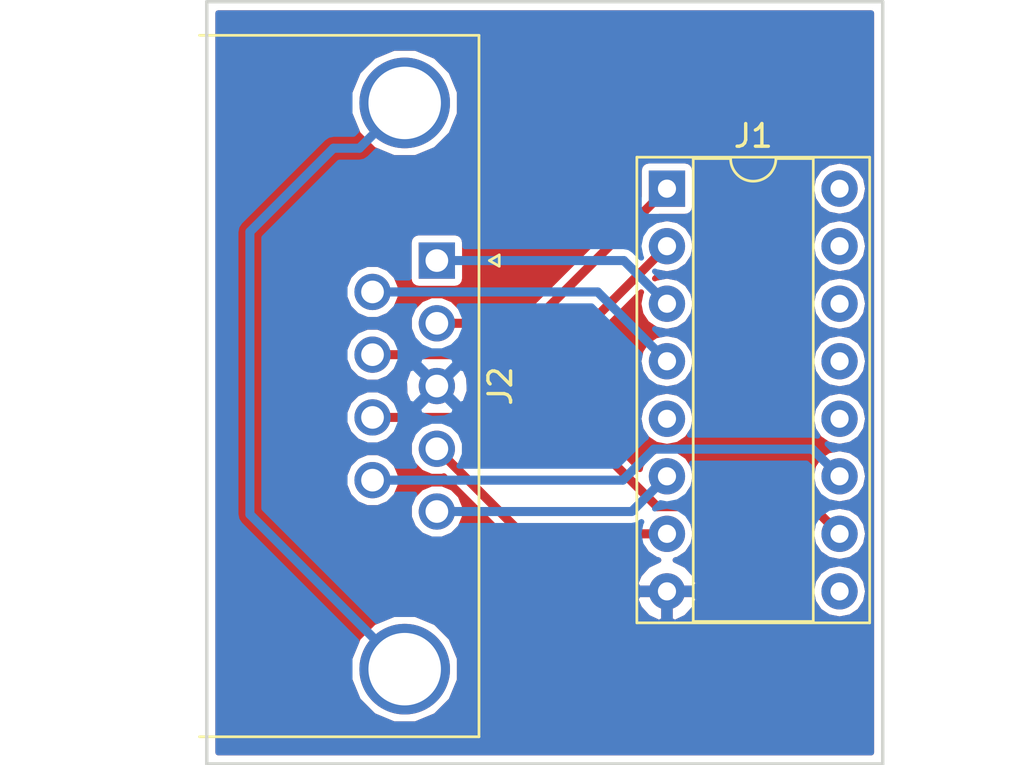
<source format=kicad_pcb>
(kicad_pcb (version 4) (host pcbnew 4.0.7)

  (general
    (links 10)
    (no_connects 0)
    (area 0 0 0 0)
    (thickness 1.6)
    (drawings 4)
    (tracks 27)
    (zones 0)
    (modules 2)
    (nets 11)
  )

  (page USLetter)
  (title_block
    (title "16-pin to 9-pin joystick adapter for Apple II")
    (date 2018-09-05)
    (rev 1.0)
    (company "Patrick Pelletier")
  )

  (layers
    (0 F.Cu signal)
    (31 B.Cu signal)
    (32 B.Adhes user)
    (33 F.Adhes user)
    (34 B.Paste user)
    (35 F.Paste user)
    (36 B.SilkS user)
    (37 F.SilkS user)
    (38 B.Mask user)
    (39 F.Mask user)
    (40 Dwgs.User user)
    (41 Cmts.User user)
    (42 Eco1.User user)
    (43 Eco2.User user)
    (44 Edge.Cuts user)
    (45 Margin user)
    (46 B.CrtYd user)
    (47 F.CrtYd user)
    (48 B.Fab user)
    (49 F.Fab user)
  )

  (setup
    (last_trace_width 0.4)
    (user_trace_width 0.4)
    (trace_clearance 0.2)
    (zone_clearance 0.3048)
    (zone_45_only no)
    (trace_min 0.2)
    (segment_width 0.2)
    (edge_width 0.15)
    (via_size 0.6)
    (via_drill 0.4)
    (via_min_size 0.4)
    (via_min_drill 0.3)
    (uvia_size 0.3)
    (uvia_drill 0.1)
    (uvias_allowed no)
    (uvia_min_size 0.2)
    (uvia_min_drill 0.1)
    (pcb_text_width 0.3)
    (pcb_text_size 1.5 1.5)
    (mod_edge_width 0.15)
    (mod_text_size 1 1)
    (mod_text_width 0.15)
    (pad_size 1.524 1.524)
    (pad_drill 0.762)
    (pad_to_mask_clearance 0)
    (aux_axis_origin 0 0)
    (visible_elements FFFFEF7F)
    (pcbplotparams
      (layerselection 0x00030_80000001)
      (usegerberextensions false)
      (excludeedgelayer true)
      (linewidth 0.100000)
      (plotframeref false)
      (viasonmask false)
      (mode 1)
      (useauxorigin false)
      (hpglpennumber 1)
      (hpglpenspeed 20)
      (hpglpendiameter 15)
      (hpglpenoverlay 2)
      (psnegative false)
      (psa4output false)
      (plotreference true)
      (plotvalue true)
      (plotinvisibletext false)
      (padsonsilk false)
      (subtractmaskfromsilk false)
      (outputformat 1)
      (mirror false)
      (drillshape 1)
      (scaleselection 1)
      (outputdirectory ""))
  )

  (net 0 "")
  (net 1 +5V)
  (net 2 /PB0)
  (net 3 /PDL1)
  (net 4 /PB1)
  (net 5 /PDL3)
  (net 6 /PB2)
  (net 7 /PDL0)
  (net 8 /PDL2)
  (net 9 GND)
  (net 10 "Net-(J2-Pad0)")

  (net_class Default "This is the default net class."
    (clearance 0.2)
    (trace_width 0.25)
    (via_dia 0.6)
    (via_drill 0.4)
    (uvia_dia 0.3)
    (uvia_drill 0.1)
    (add_net +5V)
    (add_net /PB0)
    (add_net /PB1)
    (add_net /PB2)
    (add_net /PDL0)
    (add_net /PDL1)
    (add_net /PDL2)
    (add_net /PDL3)
    (add_net GND)
    (add_net "Net-(J2-Pad0)")
  )

  (module Housings_DIP:DIP-16_W7.62mm_Socket (layer F.Cu) (tedit 59C78D6B) (tstamp 5B90602D)
    (at 149.86 104.775)
    (descr "16-lead though-hole mounted DIP package, row spacing 7.62 mm (300 mils), Socket")
    (tags "THT DIP DIL PDIP 2.54mm 7.62mm 300mil Socket")
    (path /5B90257F)
    (fp_text reference J1 (at 3.81 -2.33) (layer F.SilkS)
      (effects (font (size 1 1) (thickness 0.15)))
    )
    (fp_text value Conn_02x08_Counter_Clockwise (at 3.81 20.11) (layer F.Fab)
      (effects (font (size 1 1) (thickness 0.15)))
    )
    (fp_arc (start 3.81 -1.33) (end 2.81 -1.33) (angle -180) (layer F.SilkS) (width 0.12))
    (fp_line (start 1.635 -1.27) (end 6.985 -1.27) (layer F.Fab) (width 0.1))
    (fp_line (start 6.985 -1.27) (end 6.985 19.05) (layer F.Fab) (width 0.1))
    (fp_line (start 6.985 19.05) (end 0.635 19.05) (layer F.Fab) (width 0.1))
    (fp_line (start 0.635 19.05) (end 0.635 -0.27) (layer F.Fab) (width 0.1))
    (fp_line (start 0.635 -0.27) (end 1.635 -1.27) (layer F.Fab) (width 0.1))
    (fp_line (start -1.27 -1.33) (end -1.27 19.11) (layer F.Fab) (width 0.1))
    (fp_line (start -1.27 19.11) (end 8.89 19.11) (layer F.Fab) (width 0.1))
    (fp_line (start 8.89 19.11) (end 8.89 -1.33) (layer F.Fab) (width 0.1))
    (fp_line (start 8.89 -1.33) (end -1.27 -1.33) (layer F.Fab) (width 0.1))
    (fp_line (start 2.81 -1.33) (end 1.16 -1.33) (layer F.SilkS) (width 0.12))
    (fp_line (start 1.16 -1.33) (end 1.16 19.11) (layer F.SilkS) (width 0.12))
    (fp_line (start 1.16 19.11) (end 6.46 19.11) (layer F.SilkS) (width 0.12))
    (fp_line (start 6.46 19.11) (end 6.46 -1.33) (layer F.SilkS) (width 0.12))
    (fp_line (start 6.46 -1.33) (end 4.81 -1.33) (layer F.SilkS) (width 0.12))
    (fp_line (start -1.33 -1.39) (end -1.33 19.17) (layer F.SilkS) (width 0.12))
    (fp_line (start -1.33 19.17) (end 8.95 19.17) (layer F.SilkS) (width 0.12))
    (fp_line (start 8.95 19.17) (end 8.95 -1.39) (layer F.SilkS) (width 0.12))
    (fp_line (start 8.95 -1.39) (end -1.33 -1.39) (layer F.SilkS) (width 0.12))
    (fp_line (start -1.55 -1.6) (end -1.55 19.4) (layer F.CrtYd) (width 0.05))
    (fp_line (start -1.55 19.4) (end 9.15 19.4) (layer F.CrtYd) (width 0.05))
    (fp_line (start 9.15 19.4) (end 9.15 -1.6) (layer F.CrtYd) (width 0.05))
    (fp_line (start 9.15 -1.6) (end -1.55 -1.6) (layer F.CrtYd) (width 0.05))
    (fp_text user %R (at 3.81 8.89) (layer F.Fab)
      (effects (font (size 1 1) (thickness 0.15)))
    )
    (pad 1 thru_hole rect (at 0 0) (size 1.6 1.6) (drill 0.8) (layers *.Cu *.Mask)
      (net 1 +5V))
    (pad 9 thru_hole oval (at 7.62 17.78) (size 1.6 1.6) (drill 0.8) (layers *.Cu *.Mask))
    (pad 2 thru_hole oval (at 0 2.54) (size 1.6 1.6) (drill 0.8) (layers *.Cu *.Mask)
      (net 2 /PB0))
    (pad 10 thru_hole oval (at 7.62 15.24) (size 1.6 1.6) (drill 0.8) (layers *.Cu *.Mask)
      (net 3 /PDL1))
    (pad 3 thru_hole oval (at 0 5.08) (size 1.6 1.6) (drill 0.8) (layers *.Cu *.Mask)
      (net 4 /PB1))
    (pad 11 thru_hole oval (at 7.62 12.7) (size 1.6 1.6) (drill 0.8) (layers *.Cu *.Mask)
      (net 5 /PDL3))
    (pad 4 thru_hole oval (at 0 7.62) (size 1.6 1.6) (drill 0.8) (layers *.Cu *.Mask)
      (net 6 /PB2))
    (pad 12 thru_hole oval (at 7.62 10.16) (size 1.6 1.6) (drill 0.8) (layers *.Cu *.Mask))
    (pad 5 thru_hole oval (at 0 10.16) (size 1.6 1.6) (drill 0.8) (layers *.Cu *.Mask))
    (pad 13 thru_hole oval (at 7.62 7.62) (size 1.6 1.6) (drill 0.8) (layers *.Cu *.Mask))
    (pad 6 thru_hole oval (at 0 12.7) (size 1.6 1.6) (drill 0.8) (layers *.Cu *.Mask)
      (net 7 /PDL0))
    (pad 14 thru_hole oval (at 7.62 5.08) (size 1.6 1.6) (drill 0.8) (layers *.Cu *.Mask))
    (pad 7 thru_hole oval (at 0 15.24) (size 1.6 1.6) (drill 0.8) (layers *.Cu *.Mask)
      (net 8 /PDL2))
    (pad 15 thru_hole oval (at 7.62 2.54) (size 1.6 1.6) (drill 0.8) (layers *.Cu *.Mask))
    (pad 8 thru_hole oval (at 0 17.78) (size 1.6 1.6) (drill 0.8) (layers *.Cu *.Mask)
      (net 9 GND))
    (pad 16 thru_hole oval (at 7.62 0) (size 1.6 1.6) (drill 0.8) (layers *.Cu *.Mask))
    (model ${KISYS3DMOD}/Housings_DIP.3dshapes/DIP-16_W7.62mm_Socket.wrl
      (at (xyz 0 0 0))
      (scale (xyz 1 1 1))
      (rotate (xyz 0 0 0))
    )
  )

  (module footprints:DSUB-9_Male_Horizontal_P2.77x2.84mm_EdgePinOffset7.70mm_Housed_MountingHolesOffset9.12mm (layer F.Cu) (tedit 59FEDEE2) (tstamp 5B90603C)
    (at 139.7 107.95 270)
    (descr "9-pin D-Sub connector, horizontal/angled (90 deg), THT-mount, male, pitch 2.77x2.84mm, pin-PCB-offset 7.699999999999999mm, distance of mounting holes 25mm, distance of mounting holes to PCB edge 9.12mm, see https://disti-assets.s3.amazonaws.com/tonar/files/datasheets/16730.pdf")
    (tags "9-pin D-Sub connector horizontal angled 90deg THT male pitch 2.77x2.84mm pin-PCB-offset 7.699999999999999mm mounting-holes-distance 25mm mounting-hole-offset 25mm")
    (path /5B902516)
    (fp_text reference J2 (at 5.54 -2.8 270) (layer F.SilkS)
      (effects (font (size 1 1) (thickness 0.15)))
    )
    (fp_text value DE9_Male_MountingHoles (at 5.54 18.44 270) (layer F.Fab)
      (effects (font (size 1 1) (thickness 0.15)))
    )
    (fp_arc (start -6.96 1.42) (end -8.56 1.42) (angle 180) (layer F.Fab) (width 0.1))
    (fp_arc (start 18.04 1.42) (end 16.44 1.42) (angle 180) (layer F.Fab) (width 0.1))
    (fp_line (start -9.885 -1.8) (end -9.885 10.54) (layer F.Fab) (width 0.1))
    (fp_line (start -9.885 10.54) (end 20.965 10.54) (layer F.Fab) (width 0.1))
    (fp_line (start 20.965 10.54) (end 20.965 -1.8) (layer F.Fab) (width 0.1))
    (fp_line (start 20.965 -1.8) (end -9.885 -1.8) (layer F.Fab) (width 0.1))
    (fp_line (start -9.885 10.54) (end -9.885 10.94) (layer F.Fab) (width 0.1))
    (fp_line (start -9.885 10.94) (end 20.965 10.94) (layer F.Fab) (width 0.1))
    (fp_line (start 20.965 10.94) (end 20.965 10.54) (layer F.Fab) (width 0.1))
    (fp_line (start 20.965 10.54) (end -9.885 10.54) (layer F.Fab) (width 0.1))
    (fp_line (start -2.61 10.94) (end -2.61 16.94) (layer F.Fab) (width 0.1))
    (fp_line (start -2.61 16.94) (end 13.69 16.94) (layer F.Fab) (width 0.1))
    (fp_line (start 13.69 16.94) (end 13.69 10.94) (layer F.Fab) (width 0.1))
    (fp_line (start 13.69 10.94) (end -2.61 10.94) (layer F.Fab) (width 0.1))
    (fp_line (start -9.46 10.94) (end -9.46 15.94) (layer F.Fab) (width 0.1))
    (fp_line (start -9.46 15.94) (end -4.46 15.94) (layer F.Fab) (width 0.1))
    (fp_line (start -4.46 15.94) (end -4.46 10.94) (layer F.Fab) (width 0.1))
    (fp_line (start -4.46 10.94) (end -9.46 10.94) (layer F.Fab) (width 0.1))
    (fp_line (start 15.54 10.94) (end 15.54 15.94) (layer F.Fab) (width 0.1))
    (fp_line (start 15.54 15.94) (end 20.54 15.94) (layer F.Fab) (width 0.1))
    (fp_line (start 20.54 15.94) (end 20.54 10.94) (layer F.Fab) (width 0.1))
    (fp_line (start 20.54 10.94) (end 15.54 10.94) (layer F.Fab) (width 0.1))
    (fp_line (start -8.56 10.54) (end -8.56 1.42) (layer F.Fab) (width 0.1))
    (fp_line (start -5.36 10.54) (end -5.36 1.42) (layer F.Fab) (width 0.1))
    (fp_line (start 16.44 10.54) (end 16.44 1.42) (layer F.Fab) (width 0.1))
    (fp_line (start 19.64 10.54) (end 19.64 1.42) (layer F.Fab) (width 0.1))
    (fp_line (start -9.945 10.48) (end -9.945 -1.86) (layer F.SilkS) (width 0.12))
    (fp_line (start -9.945 -1.86) (end 21.025 -1.86) (layer F.SilkS) (width 0.12))
    (fp_line (start 21.025 -1.86) (end 21.025 10.48) (layer F.SilkS) (width 0.12))
    (fp_line (start -0.25 -2.754338) (end 0.25 -2.754338) (layer F.SilkS) (width 0.12))
    (fp_line (start 0.25 -2.754338) (end 0 -2.321325) (layer F.SilkS) (width 0.12))
    (fp_line (start 0 -2.321325) (end -0.25 -2.754338) (layer F.SilkS) (width 0.12))
    (fp_line (start -10.4 -2.35) (end -10.4 17.45) (layer F.CrtYd) (width 0.05))
    (fp_line (start -10.4 17.45) (end 21.5 17.45) (layer F.CrtYd) (width 0.05))
    (fp_line (start 21.5 17.45) (end 21.5 -2.35) (layer F.CrtYd) (width 0.05))
    (fp_line (start 21.5 -2.35) (end -10.4 -2.35) (layer F.CrtYd) (width 0.05))
    (fp_text user %R (at 5.54 13.94 270) (layer F.Fab)
      (effects (font (size 1 1) (thickness 0.15)))
    )
    (pad 1 thru_hole rect (at 0 0 270) (size 1.6 1.6) (drill 1) (layers *.Cu *.Mask)
      (net 4 /PB1))
    (pad 2 thru_hole circle (at 2.77 0 270) (size 1.6 1.6) (drill 1) (layers *.Cu *.Mask)
      (net 1 +5V))
    (pad 3 thru_hole circle (at 5.54 0 270) (size 1.6 1.6) (drill 1) (layers *.Cu *.Mask)
      (net 9 GND))
    (pad 4 thru_hole circle (at 8.31 0 270) (size 1.6 1.6) (drill 1) (layers *.Cu *.Mask)
      (net 8 /PDL2))
    (pad 5 thru_hole circle (at 11.08 0 270) (size 1.6 1.6) (drill 1) (layers *.Cu *.Mask)
      (net 7 /PDL0))
    (pad 6 thru_hole circle (at 1.385 2.84 270) (size 1.6 1.6) (drill 1) (layers *.Cu *.Mask)
      (net 6 /PB2))
    (pad 7 thru_hole circle (at 4.155 2.84 270) (size 1.6 1.6) (drill 1) (layers *.Cu *.Mask)
      (net 2 /PB0))
    (pad 8 thru_hole circle (at 6.925 2.84 270) (size 1.6 1.6) (drill 1) (layers *.Cu *.Mask)
      (net 3 /PDL1))
    (pad 9 thru_hole circle (at 9.695 2.84 270) (size 1.6 1.6) (drill 1) (layers *.Cu *.Mask)
      (net 5 /PDL3))
    (pad 0 thru_hole circle (at -6.96 1.42 270) (size 4 4) (drill 3.2) (layers *.Cu *.Mask)
      (net 10 "Net-(J2-Pad0)"))
    (pad 0 thru_hole circle (at 18.04 1.42 270) (size 4 4) (drill 3.2) (layers *.Cu *.Mask)
      (net 10 "Net-(J2-Pad0)"))
    (model ${KISYS3DMOD}/Connector_Dsub.3dshapes/DSUB-9_Male_Horizontal_P2.77x2.84mm_EdgePinOffset7.70mm_Housed_MountingHolesOffset9.12mm.wrl
      (at (xyz 0 0 0))
      (scale (xyz 1 1 1))
      (rotate (xyz 0 0 0))
    )
  )

  (gr_line (start 159.385 96.52) (end 129.54 96.52) (angle 90) (layer Edge.Cuts) (width 0.15))
  (gr_line (start 159.385 130.175) (end 159.385 96.52) (angle 90) (layer Edge.Cuts) (width 0.15))
  (gr_line (start 129.54 130.175) (end 159.385 130.175) (angle 90) (layer Edge.Cuts) (width 0.15))
  (gr_line (start 129.54 96.52) (end 129.54 130.175) (angle 90) (layer Edge.Cuts) (width 0.15))

  (segment (start 139.7 110.72) (end 143.915 110.72) (width 0.4) (layer F.Cu) (net 1))
  (segment (start 143.915 110.72) (end 149.86 104.775) (width 0.4) (layer F.Cu) (net 1))
  (segment (start 136.86 112.105) (end 145.07 112.105) (width 0.4) (layer F.Cu) (net 2))
  (segment (start 145.07 112.105) (end 149.86 107.315) (width 0.4) (layer F.Cu) (net 2))
  (segment (start 136.86 114.875) (end 145.483998 114.875) (width 0.4) (layer F.Cu) (net 3))
  (segment (start 145.483998 114.875) (end 149.423997 118.814999) (width 0.4) (layer F.Cu) (net 3))
  (segment (start 149.423997 118.814999) (end 156.279999 118.814999) (width 0.4) (layer F.Cu) (net 3))
  (segment (start 156.279999 118.814999) (end 156.680001 119.215001) (width 0.4) (layer F.Cu) (net 3))
  (segment (start 156.680001 119.215001) (end 157.48 120.015) (width 0.4) (layer F.Cu) (net 3))
  (segment (start 139.7 107.95) (end 147.955 107.95) (width 0.4) (layer B.Cu) (net 4))
  (segment (start 147.955 107.95) (end 149.86 109.855) (width 0.4) (layer B.Cu) (net 4))
  (segment (start 136.86 117.645) (end 147.913998 117.645) (width 0.4) (layer B.Cu) (net 5))
  (segment (start 147.913998 117.645) (end 149.283999 116.274999) (width 0.4) (layer B.Cu) (net 5))
  (segment (start 149.283999 116.274999) (end 156.279999 116.274999) (width 0.4) (layer B.Cu) (net 5))
  (segment (start 156.680001 116.675001) (end 157.48 117.475) (width 0.4) (layer B.Cu) (net 5))
  (segment (start 156.279999 116.274999) (end 156.680001 116.675001) (width 0.4) (layer B.Cu) (net 5))
  (segment (start 136.86 109.335) (end 146.8 109.335) (width 0.4) (layer B.Cu) (net 6))
  (segment (start 146.8 109.335) (end 149.86 112.395) (width 0.4) (layer B.Cu) (net 6))
  (segment (start 139.7 119.03) (end 148.305 119.03) (width 0.4) (layer B.Cu) (net 7))
  (segment (start 148.305 119.03) (end 149.86 117.475) (width 0.4) (layer B.Cu) (net 7))
  (segment (start 139.7 116.26) (end 143.455 120.015) (width 0.4) (layer F.Cu) (net 8))
  (segment (start 143.455 120.015) (end 149.86 120.015) (width 0.4) (layer F.Cu) (net 8))
  (segment (start 131.445 106.68) (end 131.445 119.155) (width 0.4) (layer B.Cu) (net 10))
  (segment (start 131.445 119.155) (end 138.28 125.99) (width 0.4) (layer B.Cu) (net 10))
  (segment (start 135.135001 102.989999) (end 131.445 106.68) (width 0.4) (layer B.Cu) (net 10))
  (segment (start 138.28 100.99) (end 136.280001 102.989999) (width 0.4) (layer B.Cu) (net 10))
  (segment (start 136.280001 102.989999) (end 135.135001 102.989999) (width 0.4) (layer B.Cu) (net 10))

  (zone (net 9) (net_name GND) (layer B.Cu) (tstamp 5B90609D) (hatch edge 0.508)
    (connect_pads (clearance 0.3048))
    (min_thickness 0.254)
    (fill yes (arc_segments 16) (thermal_gap 0.508) (thermal_bridge_width 0.508))
    (polygon
      (pts
        (xy 159.385 130.175) (xy 129.54 130.175) (xy 129.54 96.52) (xy 159.385 96.52)
      )
    )
    (filled_polygon
      (pts
        (xy 158.8782 129.6682) (xy 130.0468 129.6682) (xy 130.0468 106.68) (xy 130.8132 106.68) (xy 130.8132 119.155)
        (xy 130.861293 119.39678) (xy 130.99825 119.60175) (xy 136.157296 124.760796) (xy 135.848623 125.504163) (xy 135.847779 126.471593)
        (xy 136.217218 127.365705) (xy 136.900697 128.050378) (xy 137.794163 128.421377) (xy 138.761593 128.422221) (xy 139.655705 128.052782)
        (xy 140.340378 127.369303) (xy 140.711377 126.475837) (xy 140.712221 125.508407) (xy 140.342782 124.614295) (xy 139.659303 123.929622)
        (xy 138.765837 123.558623) (xy 137.798407 123.557779) (xy 137.050364 123.866864) (xy 136.087539 122.904039) (xy 148.468096 122.904039)
        (xy 148.628959 123.292423) (xy 149.004866 123.707389) (xy 149.510959 123.946914) (xy 149.733 123.825629) (xy 149.733 122.682)
        (xy 149.987 122.682) (xy 149.987 123.825629) (xy 150.209041 123.946914) (xy 150.715134 123.707389) (xy 151.091041 123.292423)
        (xy 151.251904 122.904039) (xy 151.129915 122.682) (xy 149.987 122.682) (xy 149.733 122.682) (xy 148.590085 122.682)
        (xy 148.468096 122.904039) (xy 136.087539 122.904039) (xy 135.7385 122.555) (xy 156.224068 122.555) (xy 156.317833 123.026389)
        (xy 156.584854 123.426014) (xy 156.984479 123.693035) (xy 157.455868 123.7868) (xy 157.504132 123.7868) (xy 157.975521 123.693035)
        (xy 158.375146 123.426014) (xy 158.642167 123.026389) (xy 158.735932 122.555) (xy 158.642167 122.083611) (xy 158.375146 121.683986)
        (xy 157.975521 121.416965) (xy 157.504132 121.3232) (xy 157.455868 121.3232) (xy 156.984479 121.416965) (xy 156.584854 121.683986)
        (xy 156.317833 122.083611) (xy 156.224068 122.555) (xy 135.7385 122.555) (xy 132.0768 118.8933) (xy 132.0768 117.888945)
        (xy 135.627987 117.888945) (xy 135.815122 118.341847) (xy 136.161331 118.68866) (xy 136.613905 118.876585) (xy 137.103945 118.877013)
        (xy 137.556847 118.689878) (xy 137.90366 118.343669) (xy 137.931426 118.2768) (xy 138.710966 118.2768) (xy 138.65634 118.331331)
        (xy 138.468415 118.783905) (xy 138.467987 119.273945) (xy 138.655122 119.726847) (xy 139.001331 120.07366) (xy 139.453905 120.261585)
        (xy 139.943945 120.262013) (xy 140.396847 120.074878) (xy 140.74366 119.728669) (xy 140.771426 119.6618) (xy 148.305 119.6618)
        (xy 148.54678 119.613707) (xy 148.735054 119.487906) (xy 148.697833 119.543611) (xy 148.604068 120.015) (xy 148.697833 120.486389)
        (xy 148.964854 120.886014) (xy 149.364479 121.153035) (xy 149.482566 121.176524) (xy 149.004866 121.402611) (xy 148.628959 121.817577)
        (xy 148.468096 122.205961) (xy 148.590085 122.428) (xy 149.733 122.428) (xy 149.733 122.408) (xy 149.987 122.408)
        (xy 149.987 122.428) (xy 151.129915 122.428) (xy 151.251904 122.205961) (xy 151.091041 121.817577) (xy 150.715134 121.402611)
        (xy 150.237434 121.176524) (xy 150.355521 121.153035) (xy 150.755146 120.886014) (xy 151.022167 120.486389) (xy 151.115932 120.015)
        (xy 156.224068 120.015) (xy 156.317833 120.486389) (xy 156.584854 120.886014) (xy 156.984479 121.153035) (xy 157.455868 121.2468)
        (xy 157.504132 121.2468) (xy 157.975521 121.153035) (xy 158.375146 120.886014) (xy 158.642167 120.486389) (xy 158.735932 120.015)
        (xy 158.642167 119.543611) (xy 158.375146 119.143986) (xy 157.975521 118.876965) (xy 157.504132 118.7832) (xy 157.455868 118.7832)
        (xy 156.984479 118.876965) (xy 156.584854 119.143986) (xy 156.317833 119.543611) (xy 156.224068 120.015) (xy 151.115932 120.015)
        (xy 151.022167 119.543611) (xy 150.755146 119.143986) (xy 150.355521 118.876965) (xy 149.884132 118.7832) (xy 149.835868 118.7832)
        (xy 149.364479 118.876965) (xy 149.32547 118.90303) (xy 149.573824 118.654676) (xy 149.835868 118.7068) (xy 149.884132 118.7068)
        (xy 150.355521 118.613035) (xy 150.755146 118.346014) (xy 151.022167 117.946389) (xy 151.115932 117.475) (xy 151.022167 117.003611)
        (xy 150.957479 116.906799) (xy 156.018299 116.906799) (xy 156.284199 117.172699) (xy 156.224068 117.475) (xy 156.317833 117.946389)
        (xy 156.584854 118.346014) (xy 156.984479 118.613035) (xy 157.455868 118.7068) (xy 157.504132 118.7068) (xy 157.975521 118.613035)
        (xy 158.375146 118.346014) (xy 158.642167 117.946389) (xy 158.735932 117.475) (xy 158.642167 117.003611) (xy 158.375146 116.603986)
        (xy 157.975521 116.336965) (xy 157.504132 116.2432) (xy 157.455868 116.2432) (xy 157.193824 116.295324) (xy 156.94547 116.04697)
        (xy 156.984479 116.073035) (xy 157.455868 116.1668) (xy 157.504132 116.1668) (xy 157.975521 116.073035) (xy 158.375146 115.806014)
        (xy 158.642167 115.406389) (xy 158.735932 114.935) (xy 158.642167 114.463611) (xy 158.375146 114.063986) (xy 157.975521 113.796965)
        (xy 157.504132 113.7032) (xy 157.455868 113.7032) (xy 156.984479 113.796965) (xy 156.584854 114.063986) (xy 156.317833 114.463611)
        (xy 156.224068 114.935) (xy 156.317833 115.406389) (xy 156.506118 115.688177) (xy 156.279999 115.643199) (xy 150.863936 115.643199)
        (xy 151.022167 115.406389) (xy 151.115932 114.935) (xy 151.022167 114.463611) (xy 150.755146 114.063986) (xy 150.355521 113.796965)
        (xy 149.884132 113.7032) (xy 149.835868 113.7032) (xy 149.364479 113.796965) (xy 148.964854 114.063986) (xy 148.697833 114.463611)
        (xy 148.604068 114.935) (xy 148.697833 115.406389) (xy 148.935739 115.76244) (xy 148.837249 115.828249) (xy 147.652298 117.0132)
        (xy 140.689034 117.0132) (xy 140.74366 116.958669) (xy 140.931585 116.506095) (xy 140.932013 116.016055) (xy 140.744878 115.563153)
        (xy 140.398669 115.21634) (xy 139.946095 115.028415) (xy 139.456055 115.027987) (xy 139.003153 115.215122) (xy 138.65634 115.561331)
        (xy 138.468415 116.013905) (xy 138.467987 116.503945) (xy 138.655122 116.956847) (xy 138.711377 117.0132) (xy 137.931755 117.0132)
        (xy 137.904878 116.948153) (xy 137.558669 116.60134) (xy 137.106095 116.413415) (xy 136.616055 116.412987) (xy 136.163153 116.600122)
        (xy 135.81634 116.946331) (xy 135.628415 117.398905) (xy 135.627987 117.888945) (xy 132.0768 117.888945) (xy 132.0768 115.118945)
        (xy 135.627987 115.118945) (xy 135.815122 115.571847) (xy 136.161331 115.91866) (xy 136.613905 116.106585) (xy 137.103945 116.107013)
        (xy 137.556847 115.919878) (xy 137.90366 115.573669) (xy 138.091585 115.121095) (xy 138.092013 114.631055) (xy 138.036931 114.497745)
        (xy 138.871861 114.497745) (xy 138.945995 114.743864) (xy 139.483223 114.936965) (xy 140.053454 114.909778) (xy 140.454005 114.743864)
        (xy 140.528139 114.497745) (xy 139.7 113.669605) (xy 138.871861 114.497745) (xy 138.036931 114.497745) (xy 137.904878 114.178153)
        (xy 137.558669 113.83134) (xy 137.106095 113.643415) (xy 136.616055 113.642987) (xy 136.163153 113.830122) (xy 135.81634 114.176331)
        (xy 135.628415 114.628905) (xy 135.627987 115.118945) (xy 132.0768 115.118945) (xy 132.0768 112.348945) (xy 135.627987 112.348945)
        (xy 135.815122 112.801847) (xy 136.161331 113.14866) (xy 136.613905 113.336585) (xy 137.103945 113.337013) (xy 137.258328 113.273223)
        (xy 138.253035 113.273223) (xy 138.280222 113.843454) (xy 138.446136 114.244005) (xy 138.692255 114.318139) (xy 139.520395 113.49)
        (xy 139.879605 113.49) (xy 140.707745 114.318139) (xy 140.953864 114.244005) (xy 141.146965 113.706777) (xy 141.119778 113.136546)
        (xy 140.953864 112.735995) (xy 140.707745 112.661861) (xy 139.879605 113.49) (xy 139.520395 113.49) (xy 138.692255 112.661861)
        (xy 138.446136 112.735995) (xy 138.253035 113.273223) (xy 137.258328 113.273223) (xy 137.556847 113.149878) (xy 137.90366 112.803669)
        (xy 138.037122 112.482255) (xy 138.871861 112.482255) (xy 139.7 113.310395) (xy 140.528139 112.482255) (xy 140.454005 112.236136)
        (xy 139.916777 112.043035) (xy 139.346546 112.070222) (xy 138.945995 112.236136) (xy 138.871861 112.482255) (xy 138.037122 112.482255)
        (xy 138.091585 112.351095) (xy 138.092013 111.861055) (xy 137.904878 111.408153) (xy 137.558669 111.06134) (xy 137.106095 110.873415)
        (xy 136.616055 110.872987) (xy 136.163153 111.060122) (xy 135.81634 111.406331) (xy 135.628415 111.858905) (xy 135.627987 112.348945)
        (xy 132.0768 112.348945) (xy 132.0768 109.578945) (xy 135.627987 109.578945) (xy 135.815122 110.031847) (xy 136.161331 110.37866)
        (xy 136.613905 110.566585) (xy 137.103945 110.567013) (xy 137.556847 110.379878) (xy 137.90366 110.033669) (xy 137.931426 109.9668)
        (xy 138.710966 109.9668) (xy 138.65634 110.021331) (xy 138.468415 110.473905) (xy 138.467987 110.963945) (xy 138.655122 111.416847)
        (xy 139.001331 111.76366) (xy 139.453905 111.951585) (xy 139.943945 111.952013) (xy 140.396847 111.764878) (xy 140.74366 111.418669)
        (xy 140.931585 110.966095) (xy 140.932013 110.476055) (xy 140.744878 110.023153) (xy 140.688623 109.9668) (xy 146.5383 109.9668)
        (xy 148.664199 112.092699) (xy 148.604068 112.395) (xy 148.697833 112.866389) (xy 148.964854 113.266014) (xy 149.364479 113.533035)
        (xy 149.835868 113.6268) (xy 149.884132 113.6268) (xy 150.355521 113.533035) (xy 150.755146 113.266014) (xy 151.022167 112.866389)
        (xy 151.115932 112.395) (xy 156.224068 112.395) (xy 156.317833 112.866389) (xy 156.584854 113.266014) (xy 156.984479 113.533035)
        (xy 157.455868 113.6268) (xy 157.504132 113.6268) (xy 157.975521 113.533035) (xy 158.375146 113.266014) (xy 158.642167 112.866389)
        (xy 158.735932 112.395) (xy 158.642167 111.923611) (xy 158.375146 111.523986) (xy 157.975521 111.256965) (xy 157.504132 111.1632)
        (xy 157.455868 111.1632) (xy 156.984479 111.256965) (xy 156.584854 111.523986) (xy 156.317833 111.923611) (xy 156.224068 112.395)
        (xy 151.115932 112.395) (xy 151.022167 111.923611) (xy 150.755146 111.523986) (xy 150.355521 111.256965) (xy 149.884132 111.1632)
        (xy 149.835868 111.1632) (xy 149.573824 111.215324) (xy 149.32547 110.96697) (xy 149.364479 110.993035) (xy 149.835868 111.0868)
        (xy 149.884132 111.0868) (xy 150.355521 110.993035) (xy 150.755146 110.726014) (xy 151.022167 110.326389) (xy 151.115932 109.855)
        (xy 156.224068 109.855) (xy 156.317833 110.326389) (xy 156.584854 110.726014) (xy 156.984479 110.993035) (xy 157.455868 111.0868)
        (xy 157.504132 111.0868) (xy 157.975521 110.993035) (xy 158.375146 110.726014) (xy 158.642167 110.326389) (xy 158.735932 109.855)
        (xy 158.642167 109.383611) (xy 158.375146 108.983986) (xy 157.975521 108.716965) (xy 157.504132 108.6232) (xy 157.455868 108.6232)
        (xy 156.984479 108.716965) (xy 156.584854 108.983986) (xy 156.317833 109.383611) (xy 156.224068 109.855) (xy 151.115932 109.855)
        (xy 151.022167 109.383611) (xy 150.755146 108.983986) (xy 150.355521 108.716965) (xy 149.884132 108.6232) (xy 149.835868 108.6232)
        (xy 149.573824 108.675324) (xy 149.32547 108.42697) (xy 149.364479 108.453035) (xy 149.835868 108.5468) (xy 149.884132 108.5468)
        (xy 150.355521 108.453035) (xy 150.755146 108.186014) (xy 151.022167 107.786389) (xy 151.115932 107.315) (xy 156.224068 107.315)
        (xy 156.317833 107.786389) (xy 156.584854 108.186014) (xy 156.984479 108.453035) (xy 157.455868 108.5468) (xy 157.504132 108.5468)
        (xy 157.975521 108.453035) (xy 158.375146 108.186014) (xy 158.642167 107.786389) (xy 158.735932 107.315) (xy 158.642167 106.843611)
        (xy 158.375146 106.443986) (xy 157.975521 106.176965) (xy 157.504132 106.0832) (xy 157.455868 106.0832) (xy 156.984479 106.176965)
        (xy 156.584854 106.443986) (xy 156.317833 106.843611) (xy 156.224068 107.315) (xy 151.115932 107.315) (xy 151.022167 106.843611)
        (xy 150.755146 106.443986) (xy 150.355521 106.176965) (xy 149.884132 106.0832) (xy 149.835868 106.0832) (xy 149.364479 106.176965)
        (xy 148.964854 106.443986) (xy 148.697833 106.843611) (xy 148.604068 107.315) (xy 148.697833 107.786389) (xy 148.723898 107.825398)
        (xy 148.40175 107.50325) (xy 148.19678 107.366293) (xy 147.955 107.3182) (xy 140.940259 107.3182) (xy 140.940259 107.15)
        (xy 140.91015 106.989985) (xy 140.815581 106.84302) (xy 140.671285 106.744427) (xy 140.5 106.709741) (xy 138.9 106.709741)
        (xy 138.739985 106.73985) (xy 138.59302 106.834419) (xy 138.494427 106.978715) (xy 138.459741 107.15) (xy 138.459741 108.7032)
        (xy 137.931755 108.7032) (xy 137.904878 108.638153) (xy 137.558669 108.29134) (xy 137.106095 108.103415) (xy 136.616055 108.102987)
        (xy 136.163153 108.290122) (xy 135.81634 108.636331) (xy 135.628415 109.088905) (xy 135.627987 109.578945) (xy 132.0768 109.578945)
        (xy 132.0768 106.9417) (xy 135.0435 103.975) (xy 148.619741 103.975) (xy 148.619741 105.575) (xy 148.64985 105.735015)
        (xy 148.744419 105.88198) (xy 148.888715 105.980573) (xy 149.06 106.015259) (xy 150.66 106.015259) (xy 150.820015 105.98515)
        (xy 150.96698 105.890581) (xy 151.065573 105.746285) (xy 151.100259 105.575) (xy 151.100259 104.775) (xy 156.224068 104.775)
        (xy 156.317833 105.246389) (xy 156.584854 105.646014) (xy 156.984479 105.913035) (xy 157.455868 106.0068) (xy 157.504132 106.0068)
        (xy 157.975521 105.913035) (xy 158.375146 105.646014) (xy 158.642167 105.246389) (xy 158.735932 104.775) (xy 158.642167 104.303611)
        (xy 158.375146 103.903986) (xy 157.975521 103.636965) (xy 157.504132 103.5432) (xy 157.455868 103.5432) (xy 156.984479 103.636965)
        (xy 156.584854 103.903986) (xy 156.317833 104.303611) (xy 156.224068 104.775) (xy 151.100259 104.775) (xy 151.100259 103.975)
        (xy 151.07015 103.814985) (xy 150.975581 103.66802) (xy 150.831285 103.569427) (xy 150.66 103.534741) (xy 149.06 103.534741)
        (xy 148.899985 103.56485) (xy 148.75302 103.659419) (xy 148.654427 103.803715) (xy 148.619741 103.975) (xy 135.0435 103.975)
        (xy 135.396701 103.621799) (xy 136.280001 103.621799) (xy 136.521781 103.573706) (xy 136.726751 103.436749) (xy 137.050796 103.112704)
        (xy 137.794163 103.421377) (xy 138.761593 103.422221) (xy 139.655705 103.052782) (xy 140.340378 102.369303) (xy 140.711377 101.475837)
        (xy 140.712221 100.508407) (xy 140.342782 99.614295) (xy 139.659303 98.929622) (xy 138.765837 98.558623) (xy 137.798407 98.557779)
        (xy 136.904295 98.927218) (xy 136.219622 99.610697) (xy 135.848623 100.504163) (xy 135.847779 101.471593) (xy 136.156864 102.219636)
        (xy 136.018301 102.358199) (xy 135.135001 102.358199) (xy 134.893222 102.406292) (xy 134.89322 102.406293) (xy 134.893221 102.406293)
        (xy 134.688251 102.543249) (xy 130.99825 106.23325) (xy 130.861293 106.43822) (xy 130.861293 106.438221) (xy 130.8132 106.68)
        (xy 130.0468 106.68) (xy 130.0468 97.0268) (xy 158.8782 97.0268)
      )
    )
  )
  (zone (net 9) (net_name GND) (layer F.Cu) (tstamp 5B90609E) (hatch edge 0.508)
    (connect_pads (clearance 0.3048))
    (min_thickness 0.254)
    (fill yes (arc_segments 16) (thermal_gap 0.508) (thermal_bridge_width 0.508))
    (polygon
      (pts
        (xy 159.385 130.175) (xy 129.54 130.175) (xy 129.54 96.52) (xy 159.385 96.52)
      )
    )
    (filled_polygon
      (pts
        (xy 158.8782 129.6682) (xy 130.0468 129.6682) (xy 130.0468 126.471593) (xy 135.847779 126.471593) (xy 136.217218 127.365705)
        (xy 136.900697 128.050378) (xy 137.794163 128.421377) (xy 138.761593 128.422221) (xy 139.655705 128.052782) (xy 140.340378 127.369303)
        (xy 140.711377 126.475837) (xy 140.712221 125.508407) (xy 140.342782 124.614295) (xy 139.659303 123.929622) (xy 138.765837 123.558623)
        (xy 137.798407 123.557779) (xy 136.904295 123.927218) (xy 136.219622 124.610697) (xy 135.848623 125.504163) (xy 135.847779 126.471593)
        (xy 130.0468 126.471593) (xy 130.0468 122.904039) (xy 148.468096 122.904039) (xy 148.628959 123.292423) (xy 149.004866 123.707389)
        (xy 149.510959 123.946914) (xy 149.733 123.825629) (xy 149.733 122.682) (xy 149.987 122.682) (xy 149.987 123.825629)
        (xy 150.209041 123.946914) (xy 150.715134 123.707389) (xy 151.091041 123.292423) (xy 151.251904 122.904039) (xy 151.129915 122.682)
        (xy 149.987 122.682) (xy 149.733 122.682) (xy 148.590085 122.682) (xy 148.468096 122.904039) (xy 130.0468 122.904039)
        (xy 130.0468 122.555) (xy 156.224068 122.555) (xy 156.317833 123.026389) (xy 156.584854 123.426014) (xy 156.984479 123.693035)
        (xy 157.455868 123.7868) (xy 157.504132 123.7868) (xy 157.975521 123.693035) (xy 158.375146 123.426014) (xy 158.642167 123.026389)
        (xy 158.735932 122.555) (xy 158.642167 122.083611) (xy 158.375146 121.683986) (xy 157.975521 121.416965) (xy 157.504132 121.3232)
        (xy 157.455868 121.3232) (xy 156.984479 121.416965) (xy 156.584854 121.683986) (xy 156.317833 122.083611) (xy 156.224068 122.555)
        (xy 130.0468 122.555) (xy 130.0468 119.273945) (xy 138.467987 119.273945) (xy 138.655122 119.726847) (xy 139.001331 120.07366)
        (xy 139.453905 120.261585) (xy 139.943945 120.262013) (xy 140.396847 120.074878) (xy 140.74366 119.728669) (xy 140.931585 119.276095)
        (xy 140.932013 118.786055) (xy 140.744878 118.333153) (xy 140.398669 117.98634) (xy 139.946095 117.798415) (xy 139.456055 117.797987)
        (xy 139.003153 117.985122) (xy 138.65634 118.331331) (xy 138.468415 118.783905) (xy 138.467987 119.273945) (xy 130.0468 119.273945)
        (xy 130.0468 117.888945) (xy 135.627987 117.888945) (xy 135.815122 118.341847) (xy 136.161331 118.68866) (xy 136.613905 118.876585)
        (xy 137.103945 118.877013) (xy 137.556847 118.689878) (xy 137.90366 118.343669) (xy 138.091585 117.891095) (xy 138.092013 117.401055)
        (xy 137.904878 116.948153) (xy 137.558669 116.60134) (xy 137.106095 116.413415) (xy 136.616055 116.412987) (xy 136.163153 116.600122)
        (xy 135.81634 116.946331) (xy 135.628415 117.398905) (xy 135.627987 117.888945) (xy 130.0468 117.888945) (xy 130.0468 112.348945)
        (xy 135.627987 112.348945) (xy 135.815122 112.801847) (xy 136.161331 113.14866) (xy 136.613905 113.336585) (xy 137.103945 113.337013)
        (xy 137.556847 113.149878) (xy 137.90366 112.803669) (xy 137.931426 112.7368) (xy 138.445847 112.7368) (xy 138.253035 113.273223)
        (xy 138.280222 113.843454) (xy 138.445803 114.2432) (xy 137.931755 114.2432) (xy 137.904878 114.178153) (xy 137.558669 113.83134)
        (xy 137.106095 113.643415) (xy 136.616055 113.642987) (xy 136.163153 113.830122) (xy 135.81634 114.176331) (xy 135.628415 114.628905)
        (xy 135.627987 115.118945) (xy 135.815122 115.571847) (xy 136.161331 115.91866) (xy 136.613905 116.106585) (xy 137.103945 116.107013)
        (xy 137.556847 115.919878) (xy 137.90366 115.573669) (xy 137.931426 115.5068) (xy 138.710966 115.5068) (xy 138.65634 115.561331)
        (xy 138.468415 116.013905) (xy 138.467987 116.503945) (xy 138.655122 116.956847) (xy 139.001331 117.30366) (xy 139.453905 117.491585)
        (xy 139.943945 117.492013) (xy 140.010863 117.464363) (xy 143.00825 120.46175) (xy 143.21322 120.598707) (xy 143.455 120.6468)
        (xy 148.805016 120.6468) (xy 148.964854 120.886014) (xy 149.364479 121.153035) (xy 149.482566 121.176524) (xy 149.004866 121.402611)
        (xy 148.628959 121.817577) (xy 148.468096 122.205961) (xy 148.590085 122.428) (xy 149.733 122.428) (xy 149.733 122.408)
        (xy 149.987 122.408) (xy 149.987 122.428) (xy 151.129915 122.428) (xy 151.251904 122.205961) (xy 151.091041 121.817577)
        (xy 150.715134 121.402611) (xy 150.237434 121.176524) (xy 150.355521 121.153035) (xy 150.755146 120.886014) (xy 151.022167 120.486389)
        (xy 151.115932 120.015) (xy 151.022167 119.543611) (xy 150.957479 119.446799) (xy 156.018299 119.446799) (xy 156.284199 119.712699)
        (xy 156.224068 120.015) (xy 156.317833 120.486389) (xy 156.584854 120.886014) (xy 156.984479 121.153035) (xy 157.455868 121.2468)
        (xy 157.504132 121.2468) (xy 157.975521 121.153035) (xy 158.375146 120.886014) (xy 158.642167 120.486389) (xy 158.735932 120.015)
        (xy 158.642167 119.543611) (xy 158.375146 119.143986) (xy 157.975521 118.876965) (xy 157.504132 118.7832) (xy 157.455868 118.7832)
        (xy 157.193824 118.835324) (xy 156.94547 118.58697) (xy 156.984479 118.613035) (xy 157.455868 118.7068) (xy 157.504132 118.7068)
        (xy 157.975521 118.613035) (xy 158.375146 118.346014) (xy 158.642167 117.946389) (xy 158.735932 117.475) (xy 158.642167 117.003611)
        (xy 158.375146 116.603986) (xy 157.975521 116.336965) (xy 157.504132 116.2432) (xy 157.455868 116.2432) (xy 156.984479 116.336965)
        (xy 156.584854 116.603986) (xy 156.317833 117.003611) (xy 156.224068 117.475) (xy 156.317833 117.946389) (xy 156.506118 118.228177)
        (xy 156.279999 118.183199) (xy 150.863936 118.183199) (xy 151.022167 117.946389) (xy 151.115932 117.475) (xy 151.022167 117.003611)
        (xy 150.755146 116.603986) (xy 150.355521 116.336965) (xy 149.884132 116.2432) (xy 149.835868 116.2432) (xy 149.364479 116.336965)
        (xy 148.964854 116.603986) (xy 148.697833 117.003611) (xy 148.666024 117.163526) (xy 146.437498 114.935) (xy 148.604068 114.935)
        (xy 148.697833 115.406389) (xy 148.964854 115.806014) (xy 149.364479 116.073035) (xy 149.835868 116.1668) (xy 149.884132 116.1668)
        (xy 150.355521 116.073035) (xy 150.755146 115.806014) (xy 151.022167 115.406389) (xy 151.115932 114.935) (xy 156.224068 114.935)
        (xy 156.317833 115.406389) (xy 156.584854 115.806014) (xy 156.984479 116.073035) (xy 157.455868 116.1668) (xy 157.504132 116.1668)
        (xy 157.975521 116.073035) (xy 158.375146 115.806014) (xy 158.642167 115.406389) (xy 158.735932 114.935) (xy 158.642167 114.463611)
        (xy 158.375146 114.063986) (xy 157.975521 113.796965) (xy 157.504132 113.7032) (xy 157.455868 113.7032) (xy 156.984479 113.796965)
        (xy 156.584854 114.063986) (xy 156.317833 114.463611) (xy 156.224068 114.935) (xy 151.115932 114.935) (xy 151.022167 114.463611)
        (xy 150.755146 114.063986) (xy 150.355521 113.796965) (xy 149.884132 113.7032) (xy 149.835868 113.7032) (xy 149.364479 113.796965)
        (xy 148.964854 114.063986) (xy 148.697833 114.463611) (xy 148.604068 114.935) (xy 146.437498 114.935) (xy 145.930748 114.42825)
        (xy 145.725778 114.291293) (xy 145.483998 114.2432) (xy 140.954153 114.2432) (xy 141.146965 113.706777) (xy 141.119778 113.136546)
        (xy 140.954197 112.7368) (xy 145.07 112.7368) (xy 145.31178 112.688707) (xy 145.51675 112.55175) (xy 145.6735 112.395)
        (xy 148.604068 112.395) (xy 148.697833 112.866389) (xy 148.964854 113.266014) (xy 149.364479 113.533035) (xy 149.835868 113.6268)
        (xy 149.884132 113.6268) (xy 150.355521 113.533035) (xy 150.755146 113.266014) (xy 151.022167 112.866389) (xy 151.115932 112.395)
        (xy 156.224068 112.395) (xy 156.317833 112.866389) (xy 156.584854 113.266014) (xy 156.984479 113.533035) (xy 157.455868 113.6268)
        (xy 157.504132 113.6268) (xy 157.975521 113.533035) (xy 158.375146 113.266014) (xy 158.642167 112.866389) (xy 158.735932 112.395)
        (xy 158.642167 111.923611) (xy 158.375146 111.523986) (xy 157.975521 111.256965) (xy 157.504132 111.1632) (xy 157.455868 111.1632)
        (xy 156.984479 111.256965) (xy 156.584854 111.523986) (xy 156.317833 111.923611) (xy 156.224068 112.395) (xy 151.115932 112.395)
        (xy 151.022167 111.923611) (xy 150.755146 111.523986) (xy 150.355521 111.256965) (xy 149.884132 111.1632) (xy 149.835868 111.1632)
        (xy 149.364479 111.256965) (xy 148.964854 111.523986) (xy 148.697833 111.923611) (xy 148.604068 112.395) (xy 145.6735 112.395)
        (xy 148.723898 109.344602) (xy 148.697833 109.383611) (xy 148.604068 109.855) (xy 148.697833 110.326389) (xy 148.964854 110.726014)
        (xy 149.364479 110.993035) (xy 149.835868 111.0868) (xy 149.884132 111.0868) (xy 150.355521 110.993035) (xy 150.755146 110.726014)
        (xy 151.022167 110.326389) (xy 151.115932 109.855) (xy 156.224068 109.855) (xy 156.317833 110.326389) (xy 156.584854 110.726014)
        (xy 156.984479 110.993035) (xy 157.455868 111.0868) (xy 157.504132 111.0868) (xy 157.975521 110.993035) (xy 158.375146 110.726014)
        (xy 158.642167 110.326389) (xy 158.735932 109.855) (xy 158.642167 109.383611) (xy 158.375146 108.983986) (xy 157.975521 108.716965)
        (xy 157.504132 108.6232) (xy 157.455868 108.6232) (xy 156.984479 108.716965) (xy 156.584854 108.983986) (xy 156.317833 109.383611)
        (xy 156.224068 109.855) (xy 151.115932 109.855) (xy 151.022167 109.383611) (xy 150.755146 108.983986) (xy 150.355521 108.716965)
        (xy 149.884132 108.6232) (xy 149.835868 108.6232) (xy 149.364479 108.716965) (xy 149.32547 108.74303) (xy 149.573824 108.494676)
        (xy 149.835868 108.5468) (xy 149.884132 108.5468) (xy 150.355521 108.453035) (xy 150.755146 108.186014) (xy 151.022167 107.786389)
        (xy 151.115932 107.315) (xy 156.224068 107.315) (xy 156.317833 107.786389) (xy 156.584854 108.186014) (xy 156.984479 108.453035)
        (xy 157.455868 108.5468) (xy 157.504132 108.5468) (xy 157.975521 108.453035) (xy 158.375146 108.186014) (xy 158.642167 107.786389)
        (xy 158.735932 107.315) (xy 158.642167 106.843611) (xy 158.375146 106.443986) (xy 157.975521 106.176965) (xy 157.504132 106.0832)
        (xy 157.455868 106.0832) (xy 156.984479 106.176965) (xy 156.584854 106.443986) (xy 156.317833 106.843611) (xy 156.224068 107.315)
        (xy 151.115932 107.315) (xy 151.022167 106.843611) (xy 150.755146 106.443986) (xy 150.355521 106.176965) (xy 149.884132 106.0832)
        (xy 149.835868 106.0832) (xy 149.364479 106.176965) (xy 149.32547 106.20303) (xy 149.513241 106.015259) (xy 150.66 106.015259)
        (xy 150.820015 105.98515) (xy 150.96698 105.890581) (xy 151.065573 105.746285) (xy 151.100259 105.575) (xy 151.100259 104.775)
        (xy 156.224068 104.775) (xy 156.317833 105.246389) (xy 156.584854 105.646014) (xy 156.984479 105.913035) (xy 157.455868 106.0068)
        (xy 157.504132 106.0068) (xy 157.975521 105.913035) (xy 158.375146 105.646014) (xy 158.642167 105.246389) (xy 158.735932 104.775)
        (xy 158.642167 104.303611) (xy 158.375146 103.903986) (xy 157.975521 103.636965) (xy 157.504132 103.5432) (xy 157.455868 103.5432)
        (xy 156.984479 103.636965) (xy 156.584854 103.903986) (xy 156.317833 104.303611) (xy 156.224068 104.775) (xy 151.100259 104.775)
        (xy 151.100259 103.975) (xy 151.07015 103.814985) (xy 150.975581 103.66802) (xy 150.831285 103.569427) (xy 150.66 103.534741)
        (xy 149.06 103.534741) (xy 148.899985 103.56485) (xy 148.75302 103.659419) (xy 148.654427 103.803715) (xy 148.619741 103.975)
        (xy 148.619741 105.121759) (xy 143.6533 110.0882) (xy 140.771755 110.0882) (xy 140.744878 110.023153) (xy 140.398669 109.67634)
        (xy 139.946095 109.488415) (xy 139.456055 109.487987) (xy 139.003153 109.675122) (xy 138.65634 110.021331) (xy 138.468415 110.473905)
        (xy 138.467987 110.963945) (xy 138.655122 111.416847) (xy 138.711377 111.4732) (xy 137.931755 111.4732) (xy 137.904878 111.408153)
        (xy 137.558669 111.06134) (xy 137.106095 110.873415) (xy 136.616055 110.872987) (xy 136.163153 111.060122) (xy 135.81634 111.406331)
        (xy 135.628415 111.858905) (xy 135.627987 112.348945) (xy 130.0468 112.348945) (xy 130.0468 109.578945) (xy 135.627987 109.578945)
        (xy 135.815122 110.031847) (xy 136.161331 110.37866) (xy 136.613905 110.566585) (xy 137.103945 110.567013) (xy 137.556847 110.379878)
        (xy 137.90366 110.033669) (xy 138.091585 109.581095) (xy 138.092013 109.091055) (xy 137.904878 108.638153) (xy 137.558669 108.29134)
        (xy 137.106095 108.103415) (xy 136.616055 108.102987) (xy 136.163153 108.290122) (xy 135.81634 108.636331) (xy 135.628415 109.088905)
        (xy 135.627987 109.578945) (xy 130.0468 109.578945) (xy 130.0468 107.15) (xy 138.459741 107.15) (xy 138.459741 108.75)
        (xy 138.48985 108.910015) (xy 138.584419 109.05698) (xy 138.728715 109.155573) (xy 138.9 109.190259) (xy 140.5 109.190259)
        (xy 140.660015 109.16015) (xy 140.80698 109.065581) (xy 140.905573 108.921285) (xy 140.940259 108.75) (xy 140.940259 107.15)
        (xy 140.91015 106.989985) (xy 140.815581 106.84302) (xy 140.671285 106.744427) (xy 140.5 106.709741) (xy 138.9 106.709741)
        (xy 138.739985 106.73985) (xy 138.59302 106.834419) (xy 138.494427 106.978715) (xy 138.459741 107.15) (xy 130.0468 107.15)
        (xy 130.0468 101.471593) (xy 135.847779 101.471593) (xy 136.217218 102.365705) (xy 136.900697 103.050378) (xy 137.794163 103.421377)
        (xy 138.761593 103.422221) (xy 139.655705 103.052782) (xy 140.340378 102.369303) (xy 140.711377 101.475837) (xy 140.712221 100.508407)
        (xy 140.342782 99.614295) (xy 139.659303 98.929622) (xy 138.765837 98.558623) (xy 137.798407 98.557779) (xy 136.904295 98.927218)
        (xy 136.219622 99.610697) (xy 135.848623 100.504163) (xy 135.847779 101.471593) (xy 130.0468 101.471593) (xy 130.0468 97.0268)
        (xy 158.8782 97.0268)
      )
    )
    (filled_polygon
      (pts
        (xy 139.893748 113.475858) (xy 139.879605 113.49) (xy 139.893748 113.504142) (xy 139.714142 113.683748) (xy 139.7 113.669605)
        (xy 139.685858 113.683748) (xy 139.506252 113.504142) (xy 139.520395 113.49) (xy 139.506252 113.475858) (xy 139.685858 113.296252)
        (xy 139.7 113.310395) (xy 139.714142 113.296252)
      )
    )
  )
)

</source>
